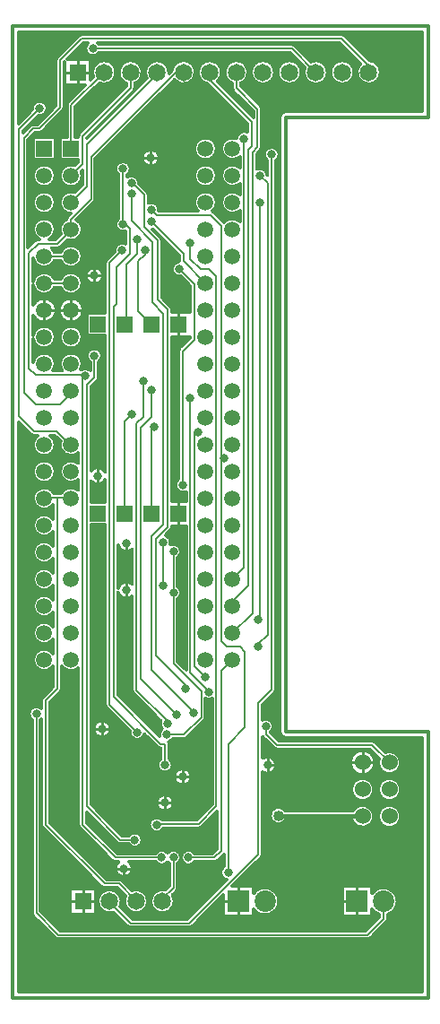
<source format=gbl>
G04 DesignSpark PCB Gerber Version 11.0 Build 5877*
%FSLAX35Y35*%
%MOIN*%
%ADD16R,0.05900X0.05900*%
%ADD21R,0.06000X0.06000*%
%ADD18R,0.06496X0.06496*%
%ADD70R,0.07972X0.07972*%
%ADD15C,0.00800*%
%ADD11C,0.01000*%
%ADD10C,0.01200*%
%ADD12C,0.01500*%
%ADD14C,0.03200*%
%ADD13C,0.04000*%
%ADD17C,0.05900*%
%ADD20C,0.06000*%
%ADD19C,0.06496*%
%ADD71C,0.07972*%
X0Y0D02*
D02*
D10*
X87779Y25765D02*
Y387128D01*
X242514D01*
Y353055D01*
X189685D01*
Y124858D01*
X242514D01*
Y25765D01*
X87779D01*
X90179Y239919D02*
Y28165D01*
X240114D01*
Y122458D01*
X189685D01*
G75*
G02*
X187285Y124858I0J2400D01*
G01*
Y353055D01*
G75*
G02*
X189685Y355455I2400J0D01*
G01*
X240114D01*
Y384728D01*
X90179D01*
Y350842D01*
X95337Y356000D01*
G75*
G02*
X95293Y356494I2756J493D01*
G01*
G75*
G02*
X100893I2800J0D01*
G01*
G75*
G02*
X97600Y353737I-2800J0D01*
G01*
X91878Y348016D01*
Y347540D01*
X94460Y350121D01*
G75*
G02*
X95593Y350591I1133J-1130D01*
G01*
X97118D01*
X103996Y357469D01*
Y374312D01*
G75*
G02*
X104466Y375444I1600J0D01*
G01*
X112591Y383569D01*
G75*
G02*
X113723Y384039I1133J-1130D01*
G01*
X210316D01*
G75*
G02*
X211449Y383569I0J-1600D01*
G01*
X220676Y374343D01*
G75*
G02*
X220428Y365454I-248J-4441D01*
G01*
G75*
G02*
X217365Y373128I0J4448D01*
G01*
X209654Y380839D01*
X119580D01*
G75*
G02*
X120085Y380288I-1793J-2150D01*
G01*
X191839D01*
G75*
G02*
X192972Y379818I0J-1600D01*
G01*
X198859Y373931D01*
G75*
G02*
X205191Y369902I1884J-4030D01*
G01*
G75*
G02*
X196295I-4448J0D01*
G01*
G75*
G02*
X196641Y371623I4448J0D01*
G01*
X191176Y377088D01*
X120085D01*
G75*
G02*
X114987Y378688I-2298J1600D01*
G01*
G75*
G02*
X115995Y380839I2800J0D01*
G01*
X114386D01*
X108295Y374749D01*
X117010D01*
Y367171D01*
X117937Y368098D01*
G75*
G02*
X122003Y374350I4066J1803D01*
G01*
G75*
G02*
Y365454I0J-4448D01*
G01*
G75*
G02*
X120200Y365835I0J4448D01*
G01*
X111319Y356955D01*
Y345615D01*
X112436D01*
Y346237D01*
G75*
G02*
X112906Y347370I1600J0D01*
G01*
X130245Y364709D01*
Y365751D01*
G75*
G02*
X131845Y374350I1600J4150D01*
G01*
G75*
G02*
X133445Y365751I0J-4448D01*
G01*
Y364046D01*
G75*
G02*
X132975Y362914I-1600J0D01*
G01*
X115636Y345574D01*
Y345350D01*
X137882Y367599D01*
G75*
G02*
X141688Y374350I3806J2303D01*
G01*
G75*
G02*
X146136Y369902I0J-4448D01*
G01*
G75*
G02*
X146125Y369589I-4450J0D01*
G01*
X147138Y370602D01*
G75*
G02*
X155978Y369902I4393J-700D01*
G01*
G75*
G02*
X148114Y367053I-4448J0D01*
G01*
X118762Y337700D01*
Y322733D01*
G75*
G02*
X118292Y321600I-1600J0D01*
G01*
X111767Y315075D01*
G75*
G02*
X108359Y307544I-2048J-3609D01*
G01*
X105850Y305035D01*
G75*
G02*
X104717Y304565I-1133J1130D01*
G01*
X102478D01*
G75*
G02*
X103548Y303065I-2759J-3100D01*
G01*
X105889D01*
G75*
G02*
X113869Y301465I3829J-1600D01*
G01*
G75*
G02*
X105889Y299865I-4150J0D01*
G01*
X103548D01*
G75*
G02*
X95630Y300756I-3829J1600D01*
G01*
Y292174D01*
G75*
G02*
X103548Y293065I4089J-709D01*
G01*
X105889D01*
G75*
G02*
X113869Y291465I3829J-1600D01*
G01*
G75*
G02*
X105889Y289865I-4150J0D01*
G01*
X103548D01*
G75*
G02*
X95630Y290756I-3829J1600D01*
G01*
Y283461D01*
G75*
G02*
X104269Y281465I4089J-1996D01*
G01*
G75*
G02*
X95630Y279470I-4550J0D01*
G01*
Y272174D01*
G75*
G02*
X103869Y271465I4089J-709D01*
G01*
G75*
G02*
X95630Y270756I-4150J0D01*
G01*
Y262174D01*
G75*
G02*
X103869Y261465I4089J-709D01*
G01*
G75*
G02*
X103057Y259000I-4150J0D01*
G01*
X106380D01*
G75*
G02*
X105569Y261465I3338J2466D01*
G01*
G75*
G02*
X113869I4150J0D01*
G01*
G75*
G02*
X113260Y259302I-4150J0D01*
G01*
G75*
G02*
X116812Y259199I1714J-2214D01*
G01*
Y262242D01*
G75*
G02*
X115612Y264539I1600J2298D01*
G01*
G75*
G02*
X121212I2800J0D01*
G01*
G75*
G02*
X120012Y262242I-2800J0D01*
G01*
Y256462D01*
G75*
G02*
X119542Y255330I-1600J0D01*
G01*
X117199Y252986D01*
Y221930D01*
G75*
G02*
X122439Y221479I2464J-2042D01*
G01*
Y271957D01*
X115518D01*
Y280355D01*
X122439D01*
Y298976D01*
G75*
G02*
X122909Y300108I1600J0D01*
G01*
X125972Y303171D01*
G75*
G02*
X129941Y306188I2756J493D01*
G01*
Y310704D01*
G75*
G02*
X127441Y315653I-901J2651D01*
G01*
Y331689D01*
G75*
G02*
X126241Y333987I1600J2298D01*
G01*
G75*
G02*
X131841I2800J0D01*
G01*
G75*
G02*
X130641Y331689I-2800J0D01*
G01*
Y331020D01*
G75*
G02*
X134967Y328672I1526J-2348D01*
G01*
G75*
G02*
X134958Y328456I-2798J-1D01*
G01*
X137985Y325429D01*
G75*
G02*
X138456Y324296I-1130J-1133D01*
G01*
Y321339D01*
G75*
G02*
X142439Y318409I1213J-2524D01*
G01*
X156911D01*
G75*
G02*
X155569Y321465I2808J3056D01*
G01*
G75*
G02*
X163869I4150J0D01*
G01*
G75*
G02*
X162307Y318222I-4150J0D01*
G01*
G75*
G02*
X162693Y317936I-757J-1428D01*
G01*
X166520Y314109D01*
G75*
G02*
X172455Y314585I3198J-2644D01*
G01*
Y318345D01*
G75*
G02*
X165569Y321465I-2736J3120D01*
G01*
G75*
G02*
X172455Y324585I4150J0D01*
G01*
Y328345D01*
G75*
G02*
X165569Y331465I-2736J3120D01*
G01*
G75*
G02*
X172455Y334585I4150J0D01*
G01*
Y338345D01*
G75*
G02*
X165569Y341465I-2736J3120D01*
G01*
G75*
G02*
X171256Y345320I4150J0D01*
G01*
G75*
G02*
X175268Y347777I2799J-67D01*
G01*
Y350830D01*
X160571Y365526D01*
G75*
G02*
X161373Y374350I802J4375D01*
G01*
G75*
G02*
X164176Y366448I0J-4448D01*
G01*
X177456Y353167D01*
Y355519D01*
X170111Y362863D01*
G75*
G02*
X169641Y363996I1130J1133D01*
G01*
Y365741D01*
G75*
G02*
X171215Y374350I1574J4160D01*
G01*
G75*
G02*
X172841Y365761I0J-4448D01*
G01*
Y364659D01*
X180186Y357314D01*
G75*
G02*
X180656Y356181I-1130J-1133D01*
G01*
Y342114D01*
G75*
G02*
X180186Y340981I-1600J0D01*
G01*
X178781Y339576D01*
Y333969D01*
G75*
G02*
X182770Y331809I1213J-2524D01*
G01*
Y337003D01*
G75*
G02*
X181570Y339301I1600J2298D01*
G01*
G75*
G02*
X187170I2800J0D01*
G01*
G75*
G02*
X185970Y337003I-2800J0D01*
G01*
Y140488D01*
G75*
G02*
X185500Y139356I-1600J0D01*
G01*
X180969Y134824D01*
Y129257D01*
G75*
G02*
X183868Y124498I1213J-2524D01*
G01*
X186909Y121455D01*
X221561D01*
G75*
G02*
X222694Y120987I2J-1600D01*
G01*
X226519Y117163D01*
G75*
G02*
X232334Y113286I1615J-3877D01*
G01*
G75*
G02*
X223934I-4200J0D01*
G01*
G75*
G02*
X224257Y114900I4200J0D01*
G01*
X220901Y118255D01*
X186248D01*
G75*
G02*
X185114Y118724I-2J1600D01*
G01*
X181051Y122789D01*
G75*
G02*
X180969Y122878I1131J1129D01*
G01*
Y114973D01*
G75*
G02*
X186007Y112354I1839J-2619D01*
G01*
G75*
G02*
X180969Y109735I-3200J0D01*
G01*
Y79219D01*
G75*
G02*
X180499Y78086I-1600J0D01*
G01*
X169713Y67300D01*
X177612D01*
Y64675D01*
G75*
G02*
X187056Y61713I4257J-2961D01*
G01*
G75*
G02*
X177612Y58752I-5186J0D01*
G01*
Y56127D01*
X166441D01*
Y64028D01*
X154869Y52456D01*
G75*
G02*
X153736Y51986I-1133J1130D01*
G01*
X131854D01*
G75*
G02*
X130721Y52456I0J1600D01*
G01*
X125621Y57556D01*
G75*
G02*
X119589Y61713I-1583J4157D01*
G01*
G75*
G02*
X124037Y66161I4448J0D01*
G01*
G75*
G02*
X128004Y59699I0J-4448D01*
G01*
X132517Y55186D01*
X153073D01*
X167498Y69611D01*
G75*
G02*
X166515Y74639I617J2731D01*
G01*
Y79148D01*
X164206Y76839D01*
G75*
G02*
X163074Y76369I-1133J1130D01*
G01*
X155721D01*
G75*
G02*
X150623Y77969I-2298J1600D01*
G01*
G75*
G02*
X155721Y79569I2800J0D01*
G01*
X162411D01*
X164015Y81172D01*
Y95050D01*
X158307Y89343D01*
G75*
G02*
X157174Y88872I-1133J1130D01*
G01*
X144031D01*
G75*
G02*
X138744Y90160I-2487J1287D01*
G01*
G75*
G02*
X143589Y92072I2800J0D01*
G01*
X156512D01*
X162139Y97700D01*
Y137027D01*
G75*
G02*
X159712I-1213J2524D01*
G01*
Y130172D01*
G75*
G02*
X159242Y129040I-1600J0D01*
G01*
X152680Y122478D01*
G75*
G02*
X151548Y122008I-1133J1130D01*
G01*
X147593D01*
G75*
G02*
X146083Y120921I-2298J1600D01*
G01*
G75*
G02*
X146270Y120169I-1413J-752D01*
G01*
Y114652D01*
G75*
G02*
X147470Y112354I-1600J-2298D01*
G01*
G75*
G02*
X141870I-2800J0D01*
G01*
G75*
G02*
X143070Y114652I2800J0D01*
G01*
Y118570D01*
G75*
G02*
X141975Y119039I37J1600D01*
G01*
X137086Y123928D01*
G75*
G02*
X131598Y125039I-2731J618D01*
G01*
X122909Y133729D01*
G75*
G02*
X122439Y134861I1130J1133D01*
G01*
Y201623D01*
X117199D01*
Y97700D01*
X128765Y86133D01*
X131119D01*
G75*
G02*
X136217Y84533I2298J-1600D01*
G01*
G75*
G02*
X131119Y82933I-2800J0D01*
G01*
X128103D01*
G75*
G02*
X126970Y83403I0J1600D01*
G01*
X115637Y94736D01*
Y90822D01*
X126890Y79569D01*
X141123D01*
G75*
G02*
X145608Y79715I2297J-1601D01*
G01*
G75*
G02*
X150596Y77969I2188J-1747D01*
G01*
G75*
G02*
X149396Y75671I-2800J0D01*
G01*
Y66724D01*
G75*
G02*
X148926Y65592I-1600J0D01*
G01*
X147459Y64125D01*
G75*
G02*
X143722Y57265I-3737J-2412D01*
G01*
G75*
G02*
X139274Y61713I0J4448D01*
G01*
G75*
G02*
X144830Y66020I4448J0D01*
G01*
X146196Y67387D01*
Y75671D01*
G75*
G02*
X145608Y76222I1600J2298D01*
G01*
G75*
G02*
X141122Y76369I-2188J1747D01*
G01*
X131394D01*
G75*
G02*
X132553Y73905I-2041J-2465D01*
G01*
G75*
G02*
X126153I-3200J0D01*
G01*
G75*
G02*
X127312Y76369I3200J0D01*
G01*
X126230D01*
G75*
G02*
X125096Y76838I-3J1600D01*
G01*
X112906Y89028D01*
G75*
G02*
X112437Y90160I1131J1131D01*
G01*
Y148330D01*
G75*
G02*
X106258Y149175I-2719J3135D01*
G01*
Y140801D01*
G75*
G02*
X105788Y139668I-1600J0D01*
G01*
X101881Y135762D01*
Y90822D01*
X122826Y69878D01*
X127478D01*
G75*
G02*
X128610Y69408I0J-1600D01*
G01*
X132191Y65828D01*
G75*
G02*
X138328Y61713I1689J-4115D01*
G01*
G75*
G02*
X133880Y57265I-4448J0D01*
G01*
G75*
G02*
X129865Y63628I0J4448D01*
G01*
X126815Y66678D01*
X122163D01*
G75*
G02*
X121031Y67148I0J1600D01*
G01*
X99152Y89027D01*
G75*
G02*
X98681Y90160I1130J1133D01*
G01*
Y129311D01*
G75*
G02*
X98443Y129125I-1837J2112D01*
G01*
Y58000D01*
X105633Y50809D01*
X219344D01*
X224346Y55811D01*
Y56780D01*
G75*
G02*
X221691Y58748I1600J4933D01*
G01*
Y56127D01*
X210518D01*
Y67300D01*
X221691D01*
Y64678D01*
G75*
G02*
X231132Y61713I4255J-2965D01*
G01*
G75*
G02*
X227546Y56780I-5186J0D01*
G01*
Y55149D01*
G75*
G02*
X227076Y54016I-1600J0D01*
G01*
X221139Y48080D01*
G75*
G02*
X220007Y47609I-1133J1130D01*
G01*
X104970D01*
G75*
G02*
X103838Y48080I0J1600D01*
G01*
X95713Y56204D01*
G75*
G02*
X95243Y57337I1130J1133D01*
G01*
Y129125D01*
G75*
G02*
X94043Y131423I1600J2298D01*
G01*
G75*
G02*
X98681Y133535I2800J0D01*
G01*
Y136424D01*
G75*
G02*
X99152Y137557I1600J0D01*
G01*
X103058Y141463D01*
Y149002D01*
G75*
G02*
X95569Y151465I-3339J2464D01*
G01*
G75*
G02*
X103058Y153929I4150J0D01*
G01*
Y159002D01*
G75*
G02*
X95569Y161465I-3339J2464D01*
G01*
G75*
G02*
X103058Y163929I4150J0D01*
G01*
Y169002D01*
G75*
G02*
X95569Y171465I-3339J2464D01*
G01*
G75*
G02*
X103058Y173929I4150J0D01*
G01*
Y179002D01*
G75*
G02*
X95569Y181465I-3339J2464D01*
G01*
G75*
G02*
X103058Y183929I4150J0D01*
G01*
Y189002D01*
G75*
G02*
X95569Y191465I-3339J2464D01*
G01*
G75*
G02*
X103058Y193929I4150J0D01*
G01*
Y199002D01*
G75*
G02*
X95569Y201465I-3339J2464D01*
G01*
G75*
G02*
X103058Y203929I4150J0D01*
G01*
Y209002D01*
G75*
G02*
X95569Y211465I-3339J2464D01*
G01*
G75*
G02*
X103411Y213361I4150J0D01*
G01*
X106026D01*
G75*
G02*
X112437Y214601I3692J-1895D01*
G01*
Y218330D01*
G75*
G02*
X105569Y221465I-2719J3135D01*
G01*
G75*
G02*
X112437Y224601I4150J0D01*
G01*
Y228330D01*
G75*
G02*
X105794Y232815I-2719J3135D01*
G01*
X103753Y234856D01*
X102111D01*
G75*
G02*
X103869Y231465I-2393J-3391D01*
G01*
G75*
G02*
X95569I-4150J0D01*
G01*
G75*
G02*
X97326Y234856I4150J0D01*
G01*
X95905D01*
G75*
G02*
X94772Y235326I0J1600D01*
G01*
X90179Y239919D01*
X210585Y374350D02*
G75*
G02*
Y365454I0J-4448D01*
G01*
G75*
G02*
X206137Y369902I0J4448D01*
G01*
G75*
G02*
X210585Y374350I4448J0D01*
G01*
X181058D02*
G75*
G02*
Y365454I0J-4448D01*
G01*
G75*
G02*
X176610Y369902I0J4448D01*
G01*
G75*
G02*
X181058Y374350I4448J0D01*
G01*
X190900D02*
G75*
G02*
Y365454I0J-4448D01*
G01*
G75*
G02*
X186452Y369902I0J4448D01*
G01*
G75*
G02*
X190900Y374350I4448J0D01*
G01*
X155569Y331465D02*
G75*
G02*
X163869I4150J0D01*
G01*
G75*
G02*
X155569I-4150J0D01*
G01*
Y341465D02*
G75*
G02*
X163869I4150J0D01*
G01*
G75*
G02*
X155569I-4150J0D01*
G01*
X136156Y338050D02*
G75*
G02*
X142556I3200J0D01*
G01*
G75*
G02*
X136156I-3200J0D01*
G01*
X115212Y294287D02*
G75*
G02*
X121612I3200J0D01*
G01*
G75*
G02*
X115212I-3200J0D01*
G01*
X105169Y281465D02*
G75*
G02*
X114269I4550J0D01*
G01*
G75*
G02*
X105169I-4550J0D01*
G01*
X105569Y271465D02*
G75*
G02*
X113869I4150J0D01*
G01*
G75*
G02*
X105569I-4150J0D01*
G01*
X223934Y93286D02*
G75*
G02*
X232334I4200J0D01*
G01*
G75*
G02*
X223934I-4200J0D01*
G01*
Y103286D02*
G75*
G02*
X232334I4200J0D01*
G01*
G75*
G02*
X223934I-4200J0D01*
G01*
X213534Y113286D02*
G75*
G02*
X222734I4600J0D01*
G01*
G75*
G02*
X213534I-4600J0D01*
G01*
X213934Y103286D02*
G75*
G02*
X222334I4200J0D01*
G01*
G75*
G02*
X213934I-4200J0D01*
G01*
X214596Y95548D02*
G75*
G02*
X222334Y93286I3539J-2263D01*
G01*
G75*
G02*
X214267Y91648I-4200J0D01*
G01*
X189409D01*
G75*
G02*
X183671Y93598I-2537J1950D01*
G01*
G75*
G02*
X189409Y95548I3200J0D01*
G01*
X214596D01*
X148035Y107978D02*
G75*
G02*
X154435I3200J0D01*
G01*
G75*
G02*
X148035I-3200J0D01*
G01*
X141470Y98287D02*
G75*
G02*
X147870I3200J0D01*
G01*
G75*
G02*
X141470I-3200J0D01*
G01*
X118026Y125796D02*
G75*
G02*
X124426I3200J0D01*
G01*
G75*
G02*
X118026I-3200J0D01*
G01*
X109348Y66560D02*
X119041D01*
Y56863D01*
X109348D01*
Y66560D01*
X95569Y221465D02*
G75*
G02*
X103869I4150J0D01*
G01*
G75*
G02*
X95569I-4150J0D01*
G01*
X90779Y61711D02*
G36*
X90779Y61711D02*
Y28765D01*
X239514D01*
Y61711D01*
X231132D01*
G75*
G02*
X227546Y56780I-5186J2D01*
G01*
Y55149D01*
Y55148D01*
G75*
G02*
X227076Y54016I-1599J0D01*
G01*
X221139Y48080D01*
G75*
G02*
X220007Y47609I-1132J1129D01*
G01*
X104970D01*
G75*
G02*
X103838Y48080I0J1599D01*
G01*
X95713Y56204D01*
G75*
G02*
X95243Y57337I1129J1132D01*
G01*
Y57337D01*
Y61711D01*
X90779D01*
G37*
X98443D02*
G36*
X98443Y61711D02*
Y58000D01*
X105633Y50809D01*
X219344D01*
X224346Y55811D01*
Y56780D01*
G75*
G02*
X221691Y58748I1600J4933D01*
G01*
Y56127D01*
X210518D01*
Y61711D01*
X187056D01*
G75*
G02*
X177612Y58752I-5186J2D01*
G01*
Y56127D01*
X166441D01*
Y61711D01*
X164124D01*
X154869Y52456D01*
G75*
G02*
X153736Y51986I-1132J1129D01*
G01*
X131854D01*
G75*
G02*
X130721Y52456I0J1599D01*
G01*
X125621Y57556D01*
G75*
G02*
X119589Y61711I-1583J4157D01*
G01*
X119041D01*
Y56863D01*
X109348D01*
Y61711D01*
X98443D01*
G37*
X128485D02*
G36*
X128485Y61711D02*
G75*
G02*
X128004Y59699I-4448J1D01*
G01*
X132517Y55186D01*
X153073D01*
X159599Y61711D01*
X148170D01*
G75*
G02*
X143722Y57265I-4448J1D01*
G01*
G75*
G02*
X139274Y61711I0J4448D01*
G01*
X138328D01*
G75*
G02*
X133880Y57265I-4448J1D01*
G01*
G75*
G02*
X129432Y61711I0J4448D01*
G01*
X128485D01*
G37*
X90779Y93286D02*
G36*
X90779Y93286D02*
Y61711D01*
X95243D01*
Y93286D01*
X90779D01*
G37*
X98443D02*
G36*
X98443Y93286D02*
Y61711D01*
X109348D01*
Y66560D01*
X119041D01*
Y61711D01*
X119589D01*
G75*
G02*
Y61713I4834J1D01*
G01*
G75*
G02*
X124037Y66161I4448J0D01*
G01*
G75*
G02*
X128485Y61713I0J-4448D01*
G01*
G75*
G02*
Y61711I-4834J0D01*
G01*
X129432D01*
G75*
G02*
Y61713I5639J1D01*
G01*
G75*
G02*
X129865Y63628I4448J0D01*
G01*
X126815Y66678D01*
X122163D01*
G75*
G02*
X121031Y67148I0J1599D01*
G01*
X99152Y89027D01*
G75*
G02*
X98681Y90159I1129J1132D01*
G01*
Y90160D01*
Y93286D01*
X98443D01*
G37*
X101881D02*
G36*
X101881Y93286D02*
Y90822D01*
X122826Y69878D01*
X127478D01*
G75*
G02*
X128610Y69408I0J-1599D01*
G01*
X132191Y65828D01*
G75*
G02*
X138328Y61713I1689J-4115D01*
G01*
G75*
G02*
Y61711I-5206J0D01*
G01*
X139274D01*
G75*
G02*
Y61713I5206J1D01*
G01*
G75*
G02*
X144830Y66020I4448J0D01*
G01*
X146196Y67387D01*
Y75671D01*
G75*
G02*
X145608Y76222I1584J2281D01*
G01*
G75*
G02*
X141122Y76369I-2188J1747D01*
G01*
X131394D01*
G75*
G02*
X132553Y73905I-2041J-2465D01*
G01*
G75*
G02*
X126153I-3200J0D01*
G01*
G75*
G02*
X127312Y76369I3200J0D01*
G01*
X126230D01*
G75*
G02*
X125096Y76838I-3J1599D01*
G01*
X112906Y89028D01*
G75*
G02*
X112437Y90159I1131J1131D01*
G01*
Y90160D01*
Y93286D01*
X101881D01*
G37*
X115637D02*
G36*
X115637Y93286D02*
Y90822D01*
X126890Y79569D01*
X141123D01*
G75*
G02*
X145608Y79715I2297J-1601D01*
G01*
G75*
G02*
X150596Y77969I2188J-1747D01*
G01*
G75*
G02*
X149396Y75671I-2800J0D01*
G01*
Y66724D01*
Y66724D01*
G75*
G02*
X148926Y65592I-1599J0D01*
G01*
X147459Y64125D01*
G75*
G02*
X148170Y61713I-3737J-2413D01*
G01*
G75*
G02*
Y61711I-4834J0D01*
G01*
X159599D01*
X167498Y69611D01*
G75*
G02*
X165315Y72342I617J2731D01*
G01*
G75*
G02*
X166515Y74639I2800J0D01*
G01*
Y79148D01*
X164206Y76839D01*
G75*
G02*
X163074Y76369I-1132J1129D01*
G01*
X155721D01*
G75*
G02*
X150623Y77969I-2298J1600D01*
G01*
G75*
G02*
X155721Y79569I2800J0D01*
G01*
X162411D01*
X164015Y81172D01*
Y93286D01*
X162250D01*
X158307Y89343D01*
G75*
G02*
X157174Y88872I-1132J1129D01*
G01*
X144031D01*
G75*
G02*
X138744Y90160I-2487J1287D01*
G01*
G75*
G02*
X143589Y92072I2800J0D01*
G01*
X156512D01*
X157725Y93286D01*
X121613D01*
X128765Y86133D01*
X131119D01*
G75*
G02*
X136217Y84533I2298J-1600D01*
G01*
G75*
G02*
X131119Y82933I-2800J0D01*
G01*
X128103D01*
G75*
G02*
X126970Y83403I0J1599D01*
G01*
X117087Y93286D01*
X115637D01*
G37*
X164124Y61711D02*
G36*
X164124Y61711D02*
X166441D01*
Y64028D01*
X164124Y61711D01*
G37*
X177612Y67300D02*
G36*
X177612Y67300D02*
Y64675D01*
G75*
G02*
X187056Y61713I4257J-2961D01*
G01*
G75*
G02*
Y61711I-5371J-1D01*
G01*
X210518D01*
Y67300D01*
X221691D01*
Y64678D01*
G75*
G02*
X231132Y61713I4255J-2965D01*
G01*
Y61713D01*
G75*
G02*
Y61711I-4749J-1D01*
G01*
X239514D01*
Y93286D01*
X232334D01*
G75*
G02*
X223934I-4200J0D01*
G01*
X222334D01*
G75*
G02*
X214267Y91648I-4200J0D01*
G01*
X189409D01*
G75*
G02*
X183687Y93286I-2537J1950D01*
G01*
X180969D01*
Y79219D01*
Y79219D01*
G75*
G02*
X180499Y78086I-1599J0D01*
G01*
X169713Y67300D01*
X177612D01*
G37*
X90779Y98287D02*
G36*
X90779Y98287D02*
Y93286D01*
X95243D01*
Y98287D01*
X90779D01*
G37*
X98443D02*
G36*
X98443Y98287D02*
Y93286D01*
X98681D01*
Y98287D01*
X98443D01*
G37*
X101881D02*
G36*
X101881Y98287D02*
Y93286D01*
X112437D01*
Y98287D01*
X101881D01*
G37*
X115637Y94736D02*
G36*
X115637Y94736D02*
Y93286D01*
X117087D01*
X115637Y94736D01*
G37*
X117199Y98287D02*
G36*
X117199Y98287D02*
Y97700D01*
X121613Y93286D01*
X157725D01*
X162139Y97700D01*
Y98287D01*
X147870D01*
G75*
G02*
X141470I-3200J0D01*
G01*
X117199D01*
G37*
X162250Y93286D02*
G36*
X162250Y93286D02*
X164015D01*
Y95050D01*
X162250Y93286D01*
G37*
X180969Y98287D02*
G36*
X180969Y98287D02*
Y93286D01*
X183687D01*
G75*
G02*
X183671Y93598I3185J313D01*
G01*
G75*
G02*
X189409Y95548I3200J0D01*
G01*
X214596D01*
G75*
G02*
X222334Y93286I3539J-2263D01*
G01*
X223934D01*
G75*
G02*
X232334I4200J0D01*
G01*
X239514D01*
Y98287D01*
X180969D01*
G37*
X90779Y103286D02*
G36*
X90779Y103286D02*
Y98287D01*
X95243D01*
Y103286D01*
X90779D01*
G37*
X98443D02*
G36*
X98443Y103286D02*
Y98287D01*
X98681D01*
Y103286D01*
X98443D01*
G37*
X101881D02*
G36*
X101881Y103286D02*
Y98287D01*
X112437D01*
Y103286D01*
X101881D01*
G37*
X117199D02*
G36*
X117199Y103286D02*
Y98287D01*
X141470D01*
G75*
G02*
X147870I3200J0D01*
G01*
X162139D01*
Y103286D01*
X117199D01*
G37*
X180969D02*
G36*
X180969Y103286D02*
Y98287D01*
X239514D01*
Y103286D01*
X232334D01*
G75*
G02*
X223934I-4200J0D01*
G01*
X222334D01*
G75*
G02*
X213934I-4200J0D01*
G01*
X180969D01*
G37*
X90779Y107978D02*
G36*
X90779Y107978D02*
Y103286D01*
X95243D01*
Y107978D01*
X90779D01*
G37*
X98443D02*
G36*
X98443Y107978D02*
Y103286D01*
X98681D01*
Y107978D01*
X98443D01*
G37*
X101881D02*
G36*
X101881Y107978D02*
Y103286D01*
X112437D01*
Y107978D01*
X101881D01*
G37*
X117199D02*
G36*
X117199Y107978D02*
Y103286D01*
X162139D01*
Y107978D01*
X154435D01*
G75*
G02*
X148035I-3200J0D01*
G01*
X117199D01*
G37*
X180969D02*
G36*
X180969Y107978D02*
Y103286D01*
X213934D01*
G75*
G02*
X222334I4200J0D01*
G01*
X223934D01*
G75*
G02*
X232334I4200J0D01*
G01*
X239514D01*
Y107978D01*
X180969D01*
G37*
X90779Y113286D02*
G36*
X90779Y113286D02*
Y107978D01*
X95243D01*
Y113286D01*
X90779D01*
G37*
X98443D02*
G36*
X98443Y113286D02*
Y107978D01*
X98681D01*
Y113286D01*
X98443D01*
G37*
X101881D02*
G36*
X101881Y113286D02*
Y107978D01*
X112437D01*
Y113286D01*
X101881D01*
G37*
X117199D02*
G36*
X117199Y113286D02*
Y107978D01*
X148035D01*
G75*
G02*
X154435I3200J0D01*
G01*
X162139D01*
Y113286D01*
X147311D01*
G75*
G02*
X147470Y112354I-2641J-931D01*
G01*
G75*
G02*
X141870I-2800J0D01*
G01*
G75*
G02*
X142030Y113286I2800J0D01*
G01*
X117199D01*
G37*
X180969Y109735D02*
G36*
X180969Y109735D02*
Y107978D01*
X239514D01*
Y113286D01*
X232334D01*
G75*
G02*
X223934I-4200J0D01*
G01*
X222734D01*
G75*
G02*
X213534I-4600J0D01*
G01*
X185869D01*
G75*
G02*
X186007Y112355I-3061J-931D01*
G01*
Y112354D01*
Y112354D01*
G75*
G02*
X180969Y109735I-3200J0D01*
G01*
G37*
X90779Y125796D02*
G36*
X90779Y125796D02*
Y113286D01*
X95243D01*
Y125796D01*
X90779D01*
G37*
X98443D02*
G36*
X98443Y125796D02*
Y113286D01*
X98681D01*
Y125796D01*
X98443D01*
G37*
X101881D02*
G36*
X101881Y125796D02*
Y113286D01*
X112437D01*
Y125796D01*
X101881D01*
G37*
X117199D02*
G36*
X117199Y125796D02*
Y113286D01*
X142030D01*
G75*
G02*
X143070Y114652I2641J-932D01*
G01*
Y118570D01*
G75*
G02*
X141975Y119039I38J1601D01*
G01*
X137086Y123928D01*
G75*
G02*
X131555Y124546I-2731J618D01*
G01*
G75*
G02*
X131598Y125039I2800J0D01*
G01*
X130841Y125796D01*
X124426D01*
G75*
G02*
X118026I-3200J0D01*
G01*
X117199D01*
G37*
X146270Y120169D02*
G36*
X146270Y120169D02*
Y114652D01*
G75*
G02*
X147311Y113286I-1600J-2298D01*
G01*
X162139D01*
Y125796D01*
X155998D01*
X152680Y122478D01*
G75*
G02*
X151548Y122008I-1132J1129D01*
G01*
X147593D01*
G75*
G02*
X146083Y120921I-2300J1602D01*
G01*
G75*
G02*
X146270Y120169I-1415J-752D01*
G01*
G37*
X180969Y122878D02*
G36*
X180969Y122878D02*
Y114973D01*
G75*
G02*
X185869Y113286I1839J-2619D01*
G01*
X213534D01*
G75*
G02*
X222734I4600J0D01*
G01*
X223934D01*
G75*
G02*
X224257Y114900I4204J0D01*
G01*
X220901Y118255D01*
X186248D01*
G75*
G02*
X185114Y118724I-3J1599D01*
G01*
X181051Y122789D01*
G75*
G02*
X180969Y122878I1031J1035D01*
G01*
G37*
X184820Y125796D02*
G36*
X184820Y125796D02*
G75*
G02*
X183868Y124498I-2638J938D01*
G01*
X186909Y121455D01*
X221561D01*
G75*
G02*
X222694Y120987I2J-1599D01*
G01*
X226519Y117163D01*
G75*
G02*
X232334Y113286I1615J-3877D01*
G01*
X239514D01*
Y122458D01*
X189685D01*
G75*
G02*
X187285Y124858I0J2400D01*
G01*
Y125796D01*
X184820D01*
G37*
X90779Y221465D02*
G36*
X90779Y221465D02*
Y125796D01*
X95243D01*
Y129125D01*
G75*
G02*
X94043Y131423I1600J2298D01*
G01*
G75*
G02*
X98681Y133535I2800J0D01*
G01*
Y136424D01*
Y136425D01*
G75*
G02*
X99152Y137557I1599J0D01*
G01*
X103058Y141463D01*
Y149002D01*
G75*
G02*
X95569Y151465I-3339J2464D01*
G01*
G75*
G02*
X103058Y153929I4150J0D01*
G01*
Y159002D01*
G75*
G02*
X95569Y161465I-3339J2464D01*
G01*
G75*
G02*
X103058Y163929I4150J0D01*
G01*
Y169002D01*
G75*
G02*
X95569Y171465I-3339J2464D01*
G01*
G75*
G02*
X103058Y173929I4150J0D01*
G01*
Y179002D01*
G75*
G02*
X95569Y181465I-3339J2464D01*
G01*
G75*
G02*
X103058Y183929I4150J0D01*
G01*
Y189002D01*
G75*
G02*
X95569Y191465I-3339J2464D01*
G01*
G75*
G02*
X103058Y193929I4150J0D01*
G01*
Y199002D01*
G75*
G02*
X95569Y201465I-3339J2464D01*
G01*
G75*
G02*
X103058Y203929I4150J0D01*
G01*
Y209002D01*
G75*
G02*
X95569Y211465I-3339J2464D01*
G01*
G75*
G02*
X103411Y213361I4150J0D01*
G01*
X106026D01*
G75*
G02*
X112437Y214601I3692J-1896D01*
G01*
Y218330D01*
G75*
G02*
X105569Y221465I-2719J3136D01*
G01*
X103869D01*
G75*
G02*
X95569I-4150J0D01*
G01*
X90779D01*
G37*
X98443Y129125D02*
G36*
X98443Y129125D02*
Y125796D01*
X98681D01*
Y129311D01*
G75*
G02*
X98443Y129125I-1903J2197D01*
G01*
G37*
X101881Y135762D02*
G36*
X101881Y135762D02*
Y125796D01*
X112437D01*
Y148330D01*
G75*
G02*
X106258Y149175I-2719J3135D01*
G01*
Y140801D01*
Y140800D01*
G75*
G02*
X105788Y139668I-1599J0D01*
G01*
X101881Y135762D01*
G37*
X117199Y201623D02*
G36*
X117199Y201623D02*
Y125796D01*
X118026D01*
G75*
G02*
X124426I3200J0D01*
G01*
X130841D01*
X122909Y133729D01*
G75*
G02*
X122439Y134861I1129J1132D01*
G01*
Y134861D01*
Y201623D01*
X117199D01*
G37*
X159242Y129040D02*
G36*
X159242Y129040D02*
X155998Y125796D01*
X162139D01*
Y137027D01*
G75*
G02*
X159712I-1213J2526D01*
G01*
Y130172D01*
Y130172D01*
G75*
G02*
X159242Y129040I-1599J0D01*
G01*
G37*
X180969Y134824D02*
G36*
X180969Y134824D02*
Y129257D01*
G75*
G02*
X184982Y126734I1213J-2524D01*
G01*
G75*
G02*
X184820Y125796I-2800J0D01*
G01*
X187285D01*
Y221465D01*
X185970D01*
Y140488D01*
Y140488D01*
G75*
G02*
X185500Y139356I-1599J0D01*
G01*
X180969Y134824D01*
G37*
X90779Y239319D02*
G36*
X90779Y239319D02*
Y221465D01*
X95569D01*
G75*
G02*
X103869I4150J0D01*
G01*
X105569D01*
G75*
G02*
X112437Y224601I4150J0D01*
G01*
Y228330D01*
G75*
G02*
X105569Y231465I-2719J3135D01*
G01*
G75*
G02*
X105794Y232815I4150J0D01*
G01*
X103753Y234856D01*
X102111D01*
G75*
G02*
X103869Y231465I-2393J-3391D01*
G01*
G75*
G02*
X95569I-4150J0D01*
G01*
G75*
G02*
X97326Y234856I4150J0D01*
G01*
X95905D01*
G75*
G02*
X94772Y235326I0J1599D01*
G01*
X90779Y239319D01*
G37*
X95630Y270756D02*
G36*
X95630Y270756D02*
Y262174D01*
G75*
G02*
X103869Y261465I4089J-709D01*
G01*
G75*
G02*
X103057Y259000I-4152J1D01*
G01*
X106380D01*
G75*
G02*
X105569Y261465I3340J2466D01*
G01*
G75*
G02*
X113869I4150J0D01*
G01*
G75*
G02*
X113260Y259302I-4151J0D01*
G01*
G75*
G02*
X116812Y259199I1714J-2214D01*
G01*
Y262242D01*
G75*
G02*
X115612Y264539I1600J2298D01*
G01*
G75*
G02*
X121212I2800J0D01*
G01*
G75*
G02*
X120012Y262242I-2800J0D01*
G01*
Y256462D01*
Y256462D01*
G75*
G02*
X119542Y255330I-1599J0D01*
G01*
X117199Y252986D01*
Y221930D01*
G75*
G02*
X122439Y221479I2464J-2042D01*
G01*
Y271465D01*
X113869D01*
G75*
G02*
X105569I-4150J0D01*
G01*
X103869D01*
G75*
G02*
X95630Y270756I-4150J0D01*
G01*
G37*
X185970Y271465D02*
G36*
X185970Y271465D02*
Y221465D01*
X187285D01*
Y271465D01*
X185970D01*
G37*
X95630Y279470D02*
G36*
X95630Y279470D02*
Y272174D01*
G75*
G02*
X103869Y271465I4089J-709D01*
G01*
X105569D01*
G75*
G02*
X113869I4150J0D01*
G01*
X122439D01*
Y271957D01*
X115518D01*
Y280355D01*
X122439D01*
Y281465D01*
X114269D01*
G75*
G02*
X105169I-4550J0D01*
G01*
X104269D01*
G75*
G02*
X95630Y279470I-4550J0D01*
G01*
G37*
X185970Y281465D02*
G36*
X185970Y281465D02*
Y271465D01*
X187285D01*
Y281465D01*
X185970D01*
G37*
X95630Y290756D02*
G36*
X95630Y290756D02*
Y283461D01*
G75*
G02*
X104269Y281465I4089J-1996D01*
G01*
X105169D01*
G75*
G02*
X114269I4550J0D01*
G01*
X122439D01*
Y294287D01*
X121612D01*
G75*
G02*
X115212I-3200J0D01*
G01*
X112762D01*
G75*
G02*
X113869Y291465I-3043J-2822D01*
G01*
G75*
G02*
X105889Y289865I-4150J0D01*
G01*
X103548D01*
G75*
G02*
X95630Y290756I-3829J1600D01*
G01*
G37*
Y294287D02*
G36*
X95630Y294287D02*
Y292174D01*
G75*
G02*
X96675Y294287I4089J-709D01*
G01*
X95630D01*
G37*
X102762D02*
G36*
X102762Y294287D02*
G75*
G02*
X103548Y293065I-3044J-2821D01*
G01*
X105889D01*
G75*
G02*
X106675Y294287I3829J-1600D01*
G01*
X102762D01*
G37*
X185970D02*
G36*
X185970Y294287D02*
Y281465D01*
X187285D01*
Y294287D01*
X185970D01*
G37*
X95630Y300756D02*
G36*
X95630Y300756D02*
Y294287D01*
X96675D01*
G75*
G02*
X102762I3044J-2821D01*
G01*
X106675D01*
G75*
G02*
X112762I3043J-2821D01*
G01*
X115212D01*
G75*
G02*
X121612I3200J0D01*
G01*
X122439D01*
Y298976D01*
Y298976D01*
G75*
G02*
X122909Y300108I1599J0D01*
G01*
X125972Y303171D01*
G75*
G02*
X125928Y303665I2756J493D01*
G01*
G75*
G02*
X129941Y306188I2800J0D01*
G01*
Y310704D01*
G75*
G02*
X126241Y313355I-901J2651D01*
G01*
G75*
G02*
X127441Y315653I2800J0D01*
G01*
Y331465D01*
X118762D01*
Y322733D01*
Y322733D01*
G75*
G02*
X118292Y321600I-1599J0D01*
G01*
X111767Y315075D01*
G75*
G02*
X113869Y311465I-2048J-3609D01*
G01*
G75*
G02*
X108359Y307544I-4150J0D01*
G01*
X105850Y305035D01*
G75*
G02*
X104717Y304565I-1132J1129D01*
G01*
X102478D01*
G75*
G02*
X103548Y303065I-2759J-3100D01*
G01*
X105889D01*
G75*
G02*
X113869Y301465I3829J-1600D01*
G01*
G75*
G02*
X105889Y299865I-4150J0D01*
G01*
X103548D01*
G75*
G02*
X95630Y300756I-3829J1600D01*
G01*
G37*
X130641Y331465D02*
G36*
X130641Y331465D02*
Y331020D01*
G75*
G02*
X131967Y331465I1526J-2348D01*
G01*
X130641D01*
G37*
X134967Y328672D02*
G36*
X134967Y328672D02*
G75*
G02*
Y328667I-2690J-2D01*
G01*
G75*
G02*
X134958Y328456I-2696J0D01*
G01*
X137985Y325429D01*
G75*
G02*
X138456Y324296I-1129J-1132D01*
G01*
Y324296D01*
Y321339D01*
G75*
G02*
X142469Y318815I1213J-2524D01*
G01*
G75*
G02*
X142439Y318409I-2800J0D01*
G01*
X156911D01*
G75*
G02*
X155569Y321465I2808J3056D01*
G01*
G75*
G02*
X163869I4150J0D01*
G01*
Y321465D01*
G75*
G02*
X162307Y318222I-4149J0D01*
G01*
G75*
G02*
X162693Y317936I-754J-1424D01*
G01*
X166520Y314109D01*
G75*
G02*
X172455Y314585I3198J-2644D01*
G01*
Y318345D01*
G75*
G02*
X165569Y321465I-2736J3120D01*
G01*
G75*
G02*
X172455Y324585I4150J0D01*
G01*
Y328345D01*
G75*
G02*
X165569Y331465I-2736J3120D01*
G01*
X163869D01*
G75*
G02*
X155569I-4150J0D01*
G01*
X132366D01*
G75*
G02*
X134967Y328672I-199J-2793D01*
G01*
G37*
X185970Y331465D02*
G36*
X185970Y331465D02*
Y294287D01*
X187285D01*
Y331465D01*
X185970D01*
G37*
X118762Y337700D02*
G36*
X118762Y337700D02*
Y331465D01*
X127441D01*
Y331689D01*
G75*
G02*
X126241Y333987I1600J2298D01*
G01*
G75*
G02*
X131841I2800J0D01*
G01*
G75*
G02*
X130641Y331689I-2800J0D01*
G01*
Y331465D01*
X131967D01*
G75*
G02*
X132366I199J-2794D01*
G01*
X155569D01*
G75*
G02*
X163869I4150J0D01*
G01*
X165569D01*
G75*
G02*
X172455Y334585I4150J0D01*
G01*
Y338050D01*
X172076D01*
G75*
G02*
X167361I-2358J3415D01*
G01*
X162077D01*
G75*
G02*
X157360I-2358J3415D01*
G01*
X142556D01*
G75*
G02*
X136156I-3200J0D01*
G01*
X119112D01*
X118762Y337700D01*
G37*
X178781Y338050D02*
G36*
X178781Y338050D02*
Y333969D01*
G75*
G02*
X182770Y331809I1213J-2524D01*
G01*
Y337003D01*
G75*
G02*
X181865Y338050I1600J2298D01*
G01*
X178781D01*
G37*
X185970Y337003D02*
G36*
X185970Y337003D02*
Y331465D01*
X187285D01*
Y338050D01*
X186876D01*
G75*
G02*
X185970Y337003I-2505J1250D01*
G01*
G37*
X122527Y341465D02*
G36*
X122527Y341465D02*
X119112Y338050D01*
X136156D01*
G75*
G02*
X142556I3200J0D01*
G01*
X157360D01*
G75*
G02*
X155569Y341465I2358J3415D01*
G01*
X122527D01*
G37*
X163869D02*
G36*
X163869Y341465D02*
G75*
G02*
X162077Y338050I-4150J0D01*
G01*
X167361D01*
G75*
G02*
X165569Y341465I2358J3415D01*
G01*
X163869D01*
G37*
X172076Y338050D02*
G36*
X172076Y338050D02*
X172455D01*
Y338345D01*
G75*
G02*
X172076Y338050I-2736J3120D01*
G01*
G37*
X178781Y339576D02*
G36*
X178781Y339576D02*
Y338050D01*
X181865D01*
G75*
G02*
X181570Y339301I2505J1251D01*
G01*
G75*
G02*
X182594Y341465I2800J0D01*
G01*
X180519D01*
G75*
G02*
X180186Y340981I-1461J648D01*
G01*
X178781Y339576D01*
G37*
X187170Y339301D02*
G36*
X187170Y339301D02*
G75*
G02*
X186876Y338050I-2800J0D01*
G01*
X187285D01*
Y341465D01*
X186146D01*
G75*
G02*
X187170Y339301I-1776J-2165D01*
G01*
G37*
X90779Y369902D02*
G36*
X90779Y369902D02*
Y351442D01*
X95337Y356000D01*
G75*
G02*
X95293Y356494I2782J495D01*
G01*
G75*
G02*
X100893I2800J0D01*
G01*
Y356493D01*
G75*
G02*
X97600Y353737I-2800J0D01*
G01*
X91878Y348016D01*
Y347540D01*
X94460Y350121D01*
G75*
G02*
X95593Y350591I1132J-1129D01*
G01*
X97118D01*
X103996Y357469D01*
Y369902D01*
X90779D01*
G37*
X111319Y356955D02*
G36*
X111319Y356955D02*
Y345615D01*
X112436D01*
Y346237D01*
Y346237D01*
G75*
G02*
X112906Y347370I1599J0D01*
G01*
X130245Y364709D01*
Y365751D01*
G75*
G02*
X127397Y369902I1600J4150D01*
G01*
X126451D01*
G75*
G02*
X122003Y365454I-4448J0D01*
G01*
G75*
G02*
X120200Y365835I-1J4444D01*
G01*
X111319Y356955D01*
G37*
X115636Y345574D02*
G36*
X115636Y345574D02*
Y345350D01*
X137882Y367599D01*
G75*
G02*
X137240Y369902I3806J2303D01*
G01*
X136293D01*
G75*
G02*
X133445Y365751I-4448J0D01*
G01*
Y364046D01*
Y364046D01*
G75*
G02*
X132975Y362914I-1599J0D01*
G01*
X115636Y345574D01*
G37*
X117010Y369902D02*
G36*
X117010Y369902D02*
Y367171D01*
X117937Y368098D01*
G75*
G02*
X117555Y369902I4066J1803D01*
G01*
X117010D01*
G37*
X146136Y369901D02*
G36*
X146136Y369901D02*
G75*
G02*
X146125Y369589I-4440J0D01*
G01*
X146438Y369902D01*
X146136D01*
Y369901D01*
G37*
X148114Y367053D02*
G36*
X148114Y367053D02*
X122527Y341465D01*
X155569D01*
G75*
G02*
X163869I4150J0D01*
G01*
X165569D01*
G75*
G02*
X171256Y345320I4150J0D01*
G01*
G75*
G02*
X175268Y347777I2800J-67D01*
G01*
Y350830D01*
X160571Y365526D01*
G75*
G02*
X156925Y369902I802J4375D01*
G01*
X155978D01*
Y369901D01*
G75*
G02*
X148114Y367053I-4448J0D01*
G01*
G37*
X165821Y369902D02*
G36*
X165821Y369902D02*
G75*
G02*
X164176Y366448I-4448J0D01*
G01*
X177456Y353167D01*
Y355519D01*
X170111Y362863D01*
G75*
G02*
X169641Y363996I1129J1132D01*
G01*
Y363996D01*
Y365741D01*
G75*
G02*
X166767Y369902I1574J4160D01*
G01*
X165821D01*
G37*
X172841Y365761D02*
G36*
X172841Y365761D02*
Y364659D01*
X180186Y357314D01*
G75*
G02*
X180656Y356181I-1129J-1132D01*
G01*
Y356181D01*
Y342114D01*
Y342114D01*
G75*
G02*
X180519Y341465I-1599J0D01*
G01*
X182594D01*
G75*
G02*
X186146I1776J-2165D01*
G01*
X187285D01*
Y353055D01*
G75*
G02*
X189685Y355455I2400J0D01*
G01*
X239514D01*
Y369902D01*
X224876D01*
G75*
G02*
X220428Y365454I-4448J0D01*
G01*
G75*
G02*
X215980Y369902I0J4448D01*
G01*
X215033D01*
G75*
G02*
X210585Y365454I-4448J0D01*
G01*
G75*
G02*
X206137Y369902I0J4448D01*
G01*
X205191D01*
G75*
G02*
X196295I-4448J0D01*
G01*
X195348D01*
G75*
G02*
X190900Y365454I-4448J0D01*
G01*
G75*
G02*
X186452Y369902I0J4448D01*
G01*
X185506D01*
G75*
G02*
X181058Y365454I-4448J0D01*
G01*
G75*
G02*
X176610Y369902I0J4448D01*
G01*
X175663D01*
G75*
G02*
X172841Y365761I-4448J0D01*
G01*
G37*
X90779Y384128D02*
G36*
X90779Y384128D02*
Y369902D01*
X103996D01*
Y374312D01*
Y374312D01*
G75*
G02*
X104466Y375444I1599J0D01*
G01*
X112591Y383569D01*
G75*
G02*
X113723Y384039I1132J-1129D01*
G01*
X210316D01*
G75*
G02*
X211449Y383569I0J-1599D01*
G01*
X220676Y374343D01*
G75*
G02*
X224876Y369902I-248J-4441D01*
G01*
X239514D01*
Y384128D01*
X90779D01*
G37*
X114386Y380839D02*
G36*
X114386Y380839D02*
X108295Y374749D01*
X117010D01*
Y369902D01*
X117555D01*
G75*
G02*
X122003Y374350I4448J0D01*
G01*
G75*
G02*
X126451Y369902I0J-4448D01*
G01*
X127397D01*
G75*
G02*
X131845Y374350I4448J0D01*
G01*
G75*
G02*
X136293Y369902I0J-4448D01*
G01*
X137240D01*
G75*
G02*
X141688Y374350I4448J0D01*
G01*
G75*
G02*
X146136Y369902I0J-4448D01*
G01*
X146438D01*
X147138Y370602D01*
G75*
G02*
X155978Y369902I4393J-700D01*
G01*
X156925D01*
G75*
G02*
X161373Y374350I4448J0D01*
G01*
G75*
G02*
X165821Y369902I0J-4448D01*
G01*
X166767D01*
G75*
G02*
X171215Y374350I4448J0D01*
G01*
G75*
G02*
X175663Y369902I0J-4448D01*
G01*
X176610D01*
G75*
G02*
X181058Y374350I4448J0D01*
G01*
G75*
G02*
X185506Y369902I0J-4448D01*
G01*
X186452D01*
G75*
G02*
X190900Y374350I4448J0D01*
G01*
G75*
G02*
X195348Y369902I0J-4448D01*
G01*
X196295D01*
G75*
G02*
X196641Y371623I4445J1D01*
G01*
X191176Y377088D01*
X120085D01*
G75*
G02*
X114987Y378688I-2298J1600D01*
G01*
G75*
G02*
X115995Y380839I2801J0D01*
G01*
X114386D01*
G37*
X119580D02*
G36*
X119580Y380839D02*
G75*
G02*
X120085Y380288I-1804J-2160D01*
G01*
X191839D01*
G75*
G02*
X192972Y379818I0J-1599D01*
G01*
X198859Y373931D01*
G75*
G02*
X205191Y369902I1884J-4029D01*
G01*
Y369902D01*
X206137D01*
G75*
G02*
X210585Y374350I4448J0D01*
G01*
G75*
G02*
X215033Y369902I0J-4448D01*
G01*
X215980D01*
Y369902D01*
G75*
G02*
X217365Y373128I4448J0D01*
G01*
X209654Y380839D01*
X119580D01*
G37*
X93754Y344890D02*
Y304714D01*
X96335Y307295D01*
G75*
G02*
X97468Y307765I1133J-1130D01*
G01*
X97839D01*
G75*
G02*
X95569Y311465I1880J3700D01*
G01*
G75*
G02*
X103869I4150J0D01*
G01*
G75*
G02*
X101598Y307765I-4150J0D01*
G01*
X104054D01*
X105971Y309682D01*
G75*
G02*
X108060Y315270I3747J1783D01*
G01*
G75*
G02*
X108530Y316363I1600J-39D01*
G01*
X109488Y317322D01*
G75*
G02*
X105569Y321465I231J4144D01*
G01*
G75*
G02*
X111295Y325304I4150J0D01*
G01*
X114000Y328009D01*
Y333505D01*
X113552Y333056D01*
G75*
G02*
X113869Y331465I-3833J-1591D01*
G01*
G75*
G02*
X105569I-4150J0D01*
G01*
G75*
G02*
X111280Y335310I4150J0D01*
G01*
X112436Y336466D01*
Y337316D01*
X105569D01*
Y345615D01*
X108119D01*
Y357617D01*
G75*
G02*
X108589Y358750I1600J0D01*
G01*
X114891Y365052D01*
X107313D01*
Y373767D01*
X107196Y373649D01*
Y356806D01*
G75*
G02*
X106726Y355674I-1600J0D01*
G01*
X98913Y347861D01*
G75*
G02*
X97781Y347391I-1133J1130D01*
G01*
X96255D01*
X93754Y344890D01*
X95569Y321465D02*
G75*
G02*
X103869I4150J0D01*
G01*
G75*
G02*
X95569I-4150J0D01*
G01*
Y331465D02*
G75*
G02*
X103869I4150J0D01*
G01*
G75*
G02*
X95569I-4150J0D01*
G01*
X95569Y345615D02*
X103868D01*
Y337316D01*
X95569D01*
Y345615D01*
X94354Y321465D02*
G36*
X94354Y321465D02*
Y305314D01*
X96335Y307295D01*
G75*
G02*
X97468Y307765I1132J-1129D01*
G01*
X97839D01*
G75*
G02*
X95569Y311465I1880J3700D01*
G01*
G75*
G02*
X103869I4150J0D01*
G01*
G75*
G02*
X101598Y307765I-4151J0D01*
G01*
X104054D01*
X105971Y309682D01*
G75*
G02*
X105569Y311466I3747J1783D01*
G01*
G75*
G02*
X108060Y315270I4150J0D01*
G01*
G75*
G02*
X108530Y316363I1602J-40D01*
G01*
X109488Y317322D01*
G75*
G02*
X105569Y321465I230J4143D01*
G01*
Y321465D01*
X103869D01*
G75*
G02*
X95569I-4150J0D01*
G01*
X94354D01*
G37*
Y331465D02*
G36*
X94354Y331465D02*
Y321465D01*
X95569D01*
G75*
G02*
X103869I4150J0D01*
G01*
X105569D01*
G75*
G02*
X111295Y325304I4150J0D01*
G01*
X114000Y328009D01*
Y331465D01*
X113869D01*
G75*
G02*
X105569I-4150J0D01*
G01*
X103869D01*
G75*
G02*
X95569I-4150J0D01*
G01*
X94354D01*
G37*
Y341465D02*
G36*
X94354Y341465D02*
Y331465D01*
X95569D01*
G75*
G02*
X103869I4150J0D01*
G01*
X105569D01*
G75*
G02*
X111280Y335310I4150J0D01*
G01*
X112436Y336466D01*
Y337316D01*
X105569D01*
Y341465D01*
X103868D01*
Y337316D01*
X95569D01*
Y341465D01*
X94354D01*
G37*
X113869Y331466D02*
G36*
X113869Y331466D02*
G75*
G02*
Y331465I-5013J0D01*
G01*
X114000D01*
Y333505D01*
X113552Y333056D01*
G75*
G02*
X113869Y331466I-3831J-1590D01*
G01*
G37*
X94354Y345490D02*
G36*
X94354Y345490D02*
Y341465D01*
X95569D01*
Y345615D01*
X103868D01*
Y341465D01*
X105569D01*
Y345615D01*
X108119D01*
Y357617D01*
Y357618D01*
G75*
G02*
X108589Y358750I1599J0D01*
G01*
X114291Y364452D01*
Y365052D01*
X107313D01*
Y373167D01*
X107196D01*
Y356806D01*
Y356806D01*
G75*
G02*
X106726Y355674I-1599J0D01*
G01*
X98913Y347861D01*
G75*
G02*
X97781Y347391I-1132J1129D01*
G01*
X96255D01*
X94354Y345490D01*
G37*
X117199Y217846D02*
Y210020D01*
X122439D01*
Y218297D01*
G75*
G02*
X117199Y217846I-2776J1591D01*
G01*
G36*
X117199Y217846D02*
Y210020D01*
X122439D01*
Y218297D01*
G75*
G02*
X117199Y217846I-2776J1591D01*
G01*
G37*
X127202Y176539D02*
Y138337D01*
X142569Y122970D01*
G75*
G02*
X143537Y125787I2726J637D01*
G01*
G75*
G02*
X143080Y128875I2070J1885D01*
G01*
X132912Y139043D01*
G75*
G02*
X132442Y140176I1130J1133D01*
G01*
Y175006D01*
G75*
G02*
X127202Y176539I-2151J2369D01*
G01*
G36*
X127202Y176539D02*
Y138337D01*
X142569Y122970D01*
G75*
G02*
X143537Y125787I2726J637D01*
G01*
G75*
G02*
X143080Y128875I2070J1885D01*
G01*
X132912Y139043D01*
G75*
G02*
X132442Y140176I1130J1133D01*
G01*
Y175006D01*
G75*
G02*
X127202Y176539I-2151J2369D01*
G01*
G37*
Y194045D02*
Y178210D01*
G75*
G02*
X132442Y179744I3089J-835D01*
G01*
Y192511D01*
G75*
G02*
X127202Y194045I-2151J2369D01*
G01*
G36*
X127202Y194045D02*
Y178210D01*
G75*
G02*
X132442Y179744I3089J-835D01*
G01*
Y192511D01*
G75*
G02*
X127202Y194045I-2151J2369D01*
G01*
G37*
X140163Y311537D02*
G75*
G02*
X140020Y311515I-493J2758D01*
G01*
X142987Y308548D01*
G75*
G02*
X143457Y307416I-1130J-1133D01*
G01*
Y286196D01*
X146738Y282915D01*
G75*
G02*
X147208Y281783I-1130J-1133D01*
G01*
Y280757D01*
X154012D01*
Y290498D01*
X150478Y294031D01*
G75*
G02*
X147185Y296787I-494J2756D01*
G01*
G75*
G02*
X149949Y299587I2800J0D01*
G01*
G75*
G02*
Y299601I1621J7D01*
G01*
Y301751D01*
X140163Y311537D01*
G36*
X140163Y311537D02*
G75*
G02*
X140020Y311515I-493J2758D01*
G01*
X142987Y308548D01*
G75*
G02*
X143457Y307416I-1130J-1133D01*
G01*
Y286196D01*
X146738Y282915D01*
G75*
G02*
X147208Y281783I-1130J-1133D01*
G01*
Y280757D01*
X154012D01*
Y290498D01*
X150478Y294031D01*
G75*
G02*
X147185Y296787I-494J2756D01*
G01*
G75*
G02*
X149949Y299587I2800J0D01*
G01*
G75*
G02*
Y299601I1621J7D01*
G01*
Y301751D01*
X140163Y311537D01*
G37*
X146738Y199687D02*
X144908Y197857D01*
G75*
G02*
X146711Y194335I-862J-2663D01*
G01*
G75*
G02*
X149396Y189457I1086J-2581D01*
G01*
Y178735D01*
G75*
G02*
Y174139I-1600J-2298D01*
G01*
Y150841D01*
X152448Y147789D01*
Y201221D01*
X147208D01*
Y200820D01*
G75*
G02*
X146738Y199687I-1600J0D01*
G01*
G36*
X146738Y199687D02*
X144908Y197857D01*
G75*
G02*
X146711Y194335I-862J-2663D01*
G01*
G75*
G02*
X149396Y189457I1086J-2581D01*
G01*
Y178735D01*
G75*
G02*
Y174139I-1600J-2298D01*
G01*
Y150841D01*
X152448Y147789D01*
Y201221D01*
X147208D01*
Y200820D01*
G75*
G02*
X146738Y199687I-1600J0D01*
G01*
G37*
X147208Y271556D02*
Y210422D01*
X152448D01*
Y213926D01*
G75*
G02*
X149634Y218747I-1213J2524D01*
G01*
Y266153D01*
G75*
G02*
X150104Y267286I1600J0D01*
G01*
X154012Y271192D01*
Y271556D01*
X147208D01*
G36*
X147208Y271556D02*
Y210422D01*
X152448D01*
Y213926D01*
G75*
G02*
X149634Y218747I-1213J2524D01*
G01*
Y266153D01*
G75*
G02*
X150104Y267286I1600J0D01*
G01*
X154012Y271192D01*
Y271556D01*
X147208D01*
G37*
D02*
D11*
X99719Y279015D02*
Y276915D01*
Y283915D02*
Y286015D01*
X102169Y281465D02*
X104269D01*
X107269D02*
X105169D01*
X109412Y369902D02*
X107313D01*
X109719Y279015D02*
Y276915D01*
Y283915D02*
Y286015D01*
X111447Y61713D02*
X109348D01*
X112160Y367154D02*
Y365052D01*
Y372650D02*
Y374749D01*
X112169Y281465D02*
X114269D01*
X114195Y58965D02*
Y56863D01*
Y64461D02*
Y66560D01*
X114908Y369902D02*
X117010D01*
X116943Y61713D02*
X119041D01*
X117312Y294287D02*
X115212D01*
X118412Y293187D02*
Y291087D01*
Y295387D02*
Y297487D01*
X119512Y294287D02*
X121612D01*
X119663Y218788D02*
Y216688D01*
Y220988D02*
Y223088D01*
X120126Y125796D02*
X118026D01*
X121226Y124696D02*
Y122596D01*
Y126896D02*
Y128996D01*
X122326Y125796D02*
X124426D01*
X128253Y73905D02*
X126153D01*
X129353Y72805D02*
Y70705D01*
X130291Y176275D02*
Y174175D01*
Y178475D02*
Y180575D01*
Y193780D02*
Y191680D01*
X130453Y73905D02*
X132553D01*
X138256Y338050D02*
X136156D01*
X139356Y336950D02*
Y334850D01*
Y339150D02*
Y341250D01*
X140456Y338050D02*
X142556D01*
X143570Y98287D02*
X141470D01*
X144670Y97187D02*
Y95087D01*
Y99387D02*
Y101487D01*
X145770Y98287D02*
X147870D01*
X149719Y203321D02*
Y201221D01*
Y208321D02*
Y210422D01*
Y273656D02*
Y271556D01*
Y278656D02*
Y280757D01*
X150135Y107978D02*
X148035D01*
X151235Y106878D02*
Y104778D01*
Y109078D02*
Y111178D01*
X152335Y107978D02*
X154435D01*
X168541Y61713D02*
X166441D01*
X172027Y58227D02*
Y56127D01*
Y65200D02*
Y67300D01*
X182807Y111254D02*
Y109154D01*
Y113454D02*
Y115554D01*
X183907Y112354D02*
X186007D01*
X212617Y61713D02*
X210518D01*
X215634Y113286D02*
X213534D01*
X216104Y58227D02*
Y56127D01*
Y65200D02*
Y67300D01*
X218134Y110786D02*
Y108686D01*
Y115786D02*
Y117886D01*
X220634Y113286D02*
X222734D01*
D02*
D12*
X186871Y93598D02*
X218134D01*
Y93286D01*
D02*
D13*
X186871Y93598D03*
D02*
D14*
X96843Y131423D03*
X98093Y356494D03*
X114974Y257087D03*
X117787Y378688D03*
X118412Y264539D03*
Y294287D03*
X119663Y219888D03*
X121226Y125796D03*
X128728Y303665D03*
X129041Y313355D03*
Y333987D03*
X129353Y73905D03*
X130291Y177375D03*
Y194880D03*
X132167Y242708D03*
Y324609D03*
Y328672D03*
X133417Y84533D03*
X134355Y124546D03*
Y307728D03*
X136543Y255212D03*
X137168Y303665D03*
X139356Y338050D03*
X139669Y251773D03*
Y314293D03*
Y318815D03*
X140607Y238019D03*
X141544Y90160D03*
X143420Y77969D03*
X144045Y178938D03*
Y195193D03*
X144670Y98287D03*
Y112354D03*
X145296Y123608D03*
X145608Y127672D03*
X147796Y77969D03*
Y176437D03*
Y191754D03*
X149047Y131110D03*
X149985Y296787D03*
X151235Y107978D03*
Y216450D03*
X152173Y140801D03*
X153423Y77969D03*
X154048Y248647D03*
Y306478D03*
X155381Y131735D03*
X156862Y236143D03*
X159675Y145177D03*
X160926Y139550D03*
X166552Y226453D03*
X168115Y72342D03*
X174055Y345254D03*
X179369Y156431D03*
Y166434D03*
X179994Y321465D03*
Y331446D03*
X182182Y126734D03*
X182807Y112354D03*
X184370Y339301D03*
D02*
D15*
X98093Y356494D02*
X90278Y348679D01*
Y242083D01*
X95905Y236456D01*
X104415D01*
X109406Y231465D01*
X109719D01*
X99719Y211465D02*
X102157D01*
Y211761D01*
X104658D01*
X99719Y291465D02*
X109719D01*
X99719Y301465D02*
X109719D01*
X104658Y211761D02*
X109406D01*
Y211465D01*
X109719D01*
Y331465D02*
Y331486D01*
X114036Y335803D01*
Y346237D01*
X131845Y364046D01*
Y369902D01*
X109719Y341465D02*
Y357617D01*
X122003Y369902D01*
X114974Y257087D02*
Y257400D01*
X96530D01*
X94030Y259901D01*
Y302727D01*
X97468Y306165D01*
X104717D01*
X109719Y311167D01*
Y311465D01*
X118412Y264539D02*
Y256462D01*
X115599Y253649D01*
Y97037D01*
X128103Y84533D01*
X133417D01*
X124037Y61713D02*
X123727D01*
X131854Y53586D01*
X153736D01*
X179369Y79219D01*
Y135487D01*
X184370Y140488D01*
Y339301D01*
X128728Y303665D02*
X124039Y298976D01*
Y134861D01*
X134355Y124546D01*
X129041Y313355D02*
X129978D01*
X131541Y311792D01*
Y302414D01*
X126540Y297413D01*
Y283658D01*
X125602Y282720D01*
Y137675D01*
X143107Y120169D01*
X144670D01*
Y112354D01*
X129041Y313355D02*
Y333987D01*
X129719Y205821D02*
Y240260D01*
X132167Y242708D01*
Y324609D02*
Y314606D01*
X139981Y306791D01*
Y284283D01*
X144045Y280220D01*
Y201757D01*
X139669Y197381D01*
Y147678D01*
X155381Y131965D01*
Y131735D01*
X132167Y328672D02*
X132479D01*
X136856Y324296D01*
Y312417D01*
X141857Y307416D01*
Y285534D01*
X145608Y281783D01*
Y200820D01*
X141232Y196443D01*
Y152992D01*
X152173Y142051D01*
Y140801D01*
X133880Y61713D02*
Y61876D01*
X127478Y68278D01*
X122163D01*
X100281Y90160D01*
Y136424D01*
X104658Y140801D01*
Y211761D01*
X134355Y307728D02*
Y302414D01*
X130291Y298350D01*
Y276156D01*
X129719D01*
X139669Y251773D02*
Y241770D01*
X135605Y237706D01*
Y144552D01*
X149047Y131110D01*
X139719Y205821D02*
Y206660D01*
X139669Y206709D01*
Y237081D01*
X140607Y238019D01*
X139719Y276156D02*
X139669D01*
X134667Y281157D01*
Y299601D01*
X137168Y302102D01*
Y303665D01*
X141544Y90160D02*
Y90472D01*
X157174D01*
X163739Y97037D01*
Y293974D01*
X160926Y296787D01*
X157800D01*
X154048Y300539D01*
Y306478D01*
X141688Y369902D02*
Y369141D01*
X115599Y343052D01*
Y327346D01*
X109719Y321465D01*
X143420Y77969D02*
X126227D01*
X114036Y90160D01*
Y256150D01*
X114974Y257087D01*
X144045Y178938D02*
Y195193D01*
X145296Y123608D02*
X151548D01*
X158112Y130172D01*
Y139863D01*
X147796Y150179D01*
Y176437D01*
X145608Y127672D02*
Y128609D01*
X134042Y140176D01*
Y239269D01*
X136543Y241770D01*
Y255212D01*
X147796Y77969D02*
Y66724D01*
X143722Y62650D01*
Y61713D01*
X147796Y176437D02*
Y191754D01*
X149985Y296787D02*
X155611Y291161D01*
Y270529D01*
X151235Y266153D01*
Y216450D01*
X151530Y369902D02*
X148700D01*
X117162Y338363D01*
Y322733D01*
X109659Y315231D01*
Y311465D01*
X109719D01*
X159675Y145177D02*
X155611Y149241D01*
Y236143D01*
X156862D01*
X159719Y291465D02*
X159683D01*
X151548Y299601D01*
Y302414D01*
X139669Y314293D01*
X160926Y139550D02*
Y139863D01*
X154048Y146740D01*
Y248647D01*
X166552Y226453D02*
X165615D01*
Y312730D01*
X161551Y316794D01*
X141544D01*
X139669Y318669D01*
Y318815D01*
X168115Y72342D02*
Y120170D01*
X174367Y126422D01*
Y154555D01*
X172492Y156431D01*
X167490D01*
X165615Y158306D01*
Y226453D01*
X166552D01*
X169719Y151465D02*
X169678D01*
X165615Y147402D01*
Y80509D01*
X163074Y77969D01*
X153423D01*
X169719Y171465D02*
Y173039D01*
X175618Y178938D01*
Y341176D01*
X176868Y342427D01*
Y351492D01*
X161373Y366987D01*
Y369902D01*
X169719Y181465D02*
Y181439D01*
X174055Y185775D01*
Y345254D01*
X171215Y369902D02*
X171241D01*
Y363996D01*
X179056Y356181D01*
Y342114D01*
X177181Y340239D01*
Y168894D01*
X169719Y161432D01*
Y161465D01*
X179369Y156431D02*
Y157369D01*
X182807Y160807D01*
Y328672D01*
X179994Y331486D01*
Y331446D01*
X179369Y166434D02*
X179994Y167059D01*
Y321465D01*
X200743Y369902D02*
X200626D01*
X191839Y378688D01*
X117787D01*
X220428Y369902D02*
Y372328D01*
X210316Y382439D01*
X113723D01*
X105596Y374312D01*
Y356806D01*
X97781Y348991D01*
X95593D01*
X92154Y345553D01*
Y250835D01*
X96530Y246459D01*
X105596D01*
X109719Y250582D01*
Y251465D01*
X225946Y61713D02*
Y55149D01*
X220007Y49209D01*
X104970D01*
X96843Y57337D01*
Y131423D01*
X228134Y113286D02*
X221563Y119857D01*
X186246D01*
X182182Y123920D01*
Y126734D01*
D02*
D16*
X99719Y341465D03*
X109719D03*
D02*
D17*
X99719Y151465D03*
Y161465D03*
Y171465D03*
Y181465D03*
Y191465D03*
Y201465D03*
Y211465D03*
Y221465D03*
Y231465D03*
Y241465D03*
Y251465D03*
Y261465D03*
Y271465D03*
Y281465D03*
Y291465D03*
Y301465D03*
Y311465D03*
Y321465D03*
Y331465D03*
X109719Y151465D03*
Y161465D03*
Y171465D03*
Y181465D03*
Y191465D03*
Y201465D03*
Y211465D03*
Y221465D03*
Y231465D03*
Y241465D03*
Y251465D03*
Y261465D03*
Y271465D03*
Y281465D03*
Y291465D03*
Y301465D03*
Y311465D03*
Y321465D03*
Y331465D03*
X159719Y151465D03*
Y161465D03*
Y171465D03*
Y181465D03*
Y191465D03*
Y201465D03*
Y211465D03*
Y221465D03*
Y231465D03*
Y241465D03*
Y251465D03*
Y261465D03*
Y271465D03*
Y281465D03*
Y291465D03*
Y301465D03*
Y311465D03*
Y321465D03*
Y331465D03*
Y341465D03*
X169719Y151465D03*
Y161465D03*
Y171465D03*
Y181465D03*
Y191465D03*
Y201465D03*
Y211465D03*
Y221465D03*
Y231465D03*
Y241465D03*
Y251465D03*
Y261465D03*
Y271465D03*
Y281465D03*
Y291465D03*
Y301465D03*
Y311465D03*
Y321465D03*
Y331465D03*
Y341465D03*
D02*
D18*
X112160Y369902D03*
X114195Y61713D03*
D02*
D19*
X122003Y369902D03*
X124037Y61713D03*
X131845Y369902D03*
X133880Y61713D03*
X141688Y369902D03*
X143722Y61713D03*
X151530Y369902D03*
X161373D03*
X171215D03*
X181058D03*
X190900D03*
X200743D03*
X210585D03*
X220428D03*
D02*
D70*
X172027Y61713D03*
X216104D03*
D02*
D71*
X181870D03*
X225946D03*
D02*
D20*
X218134Y93286D03*
Y103286D03*
Y113286D03*
X228134Y93286D03*
Y103286D03*
Y113286D03*
D02*
D21*
X119719Y205821D03*
Y276156D03*
X129719Y205821D03*
Y276156D03*
X139719Y205821D03*
Y276156D03*
X149719Y205821D03*
Y276156D03*
X0Y0D02*
M02*

</source>
